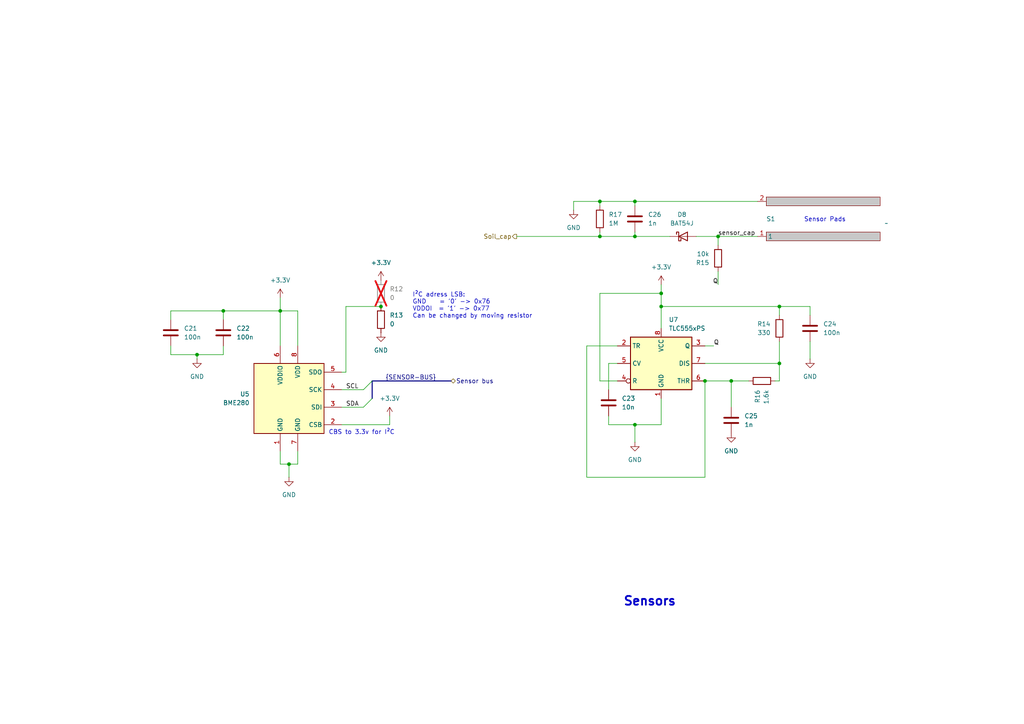
<source format=kicad_sch>
(kicad_sch (version 20231120) (generator "eeschema") (generator_version "8.0")
  (paper "A4")
  (lib_symbols
    (symbol "Device:C" (pin_numbers hide) (pin_names (offset 0.254))
      (property "Reference" "C" (at 0.635 2.54 0))
      (property "Value" "C" (at 0.635 -2.54 0))
      (symbol "C_0_1"
        (polyline (pts (xy -2.032 -0.762) (xy 2.032 -0.762)) (stroke (width 0.508)))
        (polyline (pts (xy -2.032 0.762) (xy 2.032 0.762)) (stroke (width 0.508)))
      )
      (symbol "C_1_1"
        (pin passive line (at 0 3.81 270) (length 2.794) (name "~") (number "1"))
        (pin passive line (at 0 -3.81 90) (length 2.794) (name "~") (number "2"))
      )
    )
    (symbol "Device:R" (pin_numbers hide) (pin_names (offset 0))
      (property "Reference" "R" (at 2.032 0 90))
      (property "Value" "R" (at 0 0 90))
      (symbol "R_0_1"
        (rectangle (start -1.016 -2.54) (end 1.016 2.54) (stroke (width 0.254)))
      )
      (symbol "R_1_1"
        (pin passive line (at 0 3.81 270) (length 1.27) (name "~") (number "1"))
        (pin passive line (at 0 -3.81 90) (length 1.27) (name "~") (number "2"))
      )
    )
    (symbol "Diode:BAT54J" (pin_numbers hide) (pin_names (offset 1.016) hide)
      (property "Reference" "D" (at 0 2.54 0))
      (property "Value" "BAT54J" (at 0 -2.54 0))
      (symbol "BAT54J_0_1"
        (polyline (pts (xy 1.27 0) (xy -1.27 0)))
        (polyline (pts (xy 1.27 1.27) (xy 1.27 -1.27) (xy -1.27 0) (xy 1.27 1.27)) (stroke (width 0.254)))
        (polyline (pts (xy -1.905 0.635) (xy -1.905 1.27) (xy -1.27 1.27) (xy -1.27 -1.27) (xy -0.635 -1.27) (xy -0.635 -0.635)) (stroke (width 0.254)))
      )
      (symbol "BAT54J_1_1"
        (pin passive line (at -3.81 0 0) (length 2.54) (name "K") (number "1"))
        (pin passive line (at 3.81 0 180) (length 2.54) (name "A") (number "2"))
      )
    )
    (symbol "New_Library:Capacative_sensor"
      (property "Reference" "S" (at 2.54 -2.54 0))
      (symbol "Capacative_sensor_1_1"
        (rectangle (start 0 -3.81) (end 33.02 -6.35) (fill (type color) (color 200 200 200 1)))
        (rectangle (start 0 6.35) (end 33.02 3.81) (fill (type color) (color 200 200 200 1)))
        (pin bidirectional line (at -2.54 -5.08 0) (length 2.54) (name "1") (number "1"))
        (pin bidirectional line (at -2.54 5.08 0) (length 2.54) (name "") (number "2"))
      )
    )
    (symbol "Sensor:BME280"
      (property "Reference" "U" (at -8.89 11.43 0))
      (property "Value" "BME280" (at 7.62 11.43 0))
      (symbol "BME280_0_1"
        (rectangle (start -10.16 10.16) (end 10.16 -10.16) (stroke (width 0.254)) (fill (type background)))
      )
      (symbol "BME280_1_1"
        (pin power_in line (at -2.54 -15.24 90) (length 5.08) (name "GND") (number "1"))
        (pin input line (at 15.24 -7.62 180) (length 5.08) (name "CSB") (number "2"))
        (pin bidirectional line (at 15.24 -2.54 180) (length 5.08) (name "SDI") (number "3"))
        (pin input line (at 15.24 2.54 180) (length 5.08) (name "SCK") (number "4"))
        (pin bidirectional line (at 15.24 7.62 180) (length 5.08) (name "SDO") (number "5"))
        (pin power_in line (at -2.54 15.24 270) (length 5.08) (name "VDDIO") (number "6"))
        (pin power_in line (at 2.54 -15.24 90) (length 5.08) (name "GND") (number "7"))
        (pin power_in line (at 2.54 15.24 270) (length 5.08) (name "VDD") (number "8"))
      )
    )
    (symbol "Timer:TLC555xPS"
      (property "Reference" "U" (at -10.16 8.89 0))
      (property "Value" "TLC555xPS" (at 2.54 8.89 0))
      (symbol "TLC555xPS_0_0"
        (pin power_in line (at 0 -10.16 90) (length 2.54) (name "GND") (number "1"))
        (pin power_in line (at 0 10.16 270) (length 2.54) (name "VCC") (number "8"))
      )
      (symbol "TLC555xPS_0_1"
        (rectangle (start -8.89 -7.62) (end 8.89 7.62) (stroke (width 0.254)) (fill (type background)))
        (rectangle (start -8.89 -7.62) (end 8.89 7.62) (stroke (width 0.254)) (fill (type background)))
      )
      (symbol "TLC555xPS_1_1"
        (pin input line (at -12.7 5.08 0) (length 3.81) (name "TR") (number "2"))
        (pin output line (at 12.7 5.08 180) (length 3.81) (name "Q") (number "3"))
        (pin input inverted (at -12.7 -5.08 0) (length 3.81) (name "R") (number "4"))
        (pin input line (at -12.7 0 0) (length 3.81) (name "CV") (number "5"))
        (pin input line (at 12.7 -5.08 180) (length 3.81) (name "THR") (number "6"))
        (pin input line (at 12.7 0 180) (length 3.81) (name "DIS") (number "7"))
      )
    )
    (symbol "power:+3.3V" (power) (pin_numbers hide) (pin_names (offset 0) hide)
      (property "Value" "+3.3V" (at 0 3.556 0))
      (symbol "+3.3V_0_1"
        (polyline (pts (xy -0.762 1.27) (xy 0 2.54)))
        (polyline (pts (xy 0 0) (xy 0 2.54)))
        (polyline (pts (xy 0 2.54) (xy 0.762 1.27)))
      )
      (symbol "+3.3V_1_1"
        (pin power_in line (at 0 0 90) (length 0) (name "~") (number "1"))
      )
    )
    (symbol "power:GND" (power) (pin_numbers hide) (pin_names (offset 0) hide)
      (property "Value" "GND" (at 0 -3.81 0))
      (symbol "GND_0_1"
        (polyline (pts (xy 0 0) (xy 0 -1.27) (xy 1.27 -1.27) (xy 0 -2.54) (xy -1.27 -1.27) (xy 0 -1.27)))
      )
      (symbol "GND_1_1"
        (pin power_in line (at 0 0 270) (length 0) (name "~") (number "1"))
      )
    )
  )
  (junction (at 191.77 85.09))
  (junction (at 226.06 88.9))
  (junction (at 110.49 88.9))
  (junction (at 83.82 134.62))
  (junction (at 81.28 90.17))
  (junction (at 184.15 123.19))
  (junction (at 57.15 102.87))
  (junction (at 184.15 58.42))
  (junction (at 173.99 58.42))
  (junction (at 204.47 110.49))
  (junction (at 64.77 90.17))
  (junction (at 226.06 105.41))
  (junction (at 173.99 68.58))
  (junction (at 208.28 68.58))
  (junction (at 212.09 110.49))
  (junction (at 191.77 88.9))
  (junction (at 184.15 68.58))
  (bus_entry (at 107.95 110.49) (size -2.54 2.54))
  (bus_entry (at 107.95 115.57) (size -2.54 2.54))
  (wire (pts (xy 204.47 100.33) (xy 207.01 100.33)))
  (wire (pts (xy 194.31 68.58) (xy 184.15 68.58)))
  (wire (pts (xy 176.53 105.41) (xy 176.53 113.03)))
  (wire (pts (xy 166.37 58.42) (xy 173.99 58.42)))
  (wire (pts (xy 179.07 105.41) (xy 176.53 105.41)))
  (wire (pts (xy 219.71 68.58) (xy 208.28 68.58)))
  (wire (pts (xy 226.06 110.49) (xy 226.06 105.41)))
  (wire (pts (xy 81.28 130.81) (xy 81.28 134.62)))
  (wire (pts (xy 212.09 110.49) (xy 212.09 118.11)))
  (wire (pts (xy 100.33 107.95) (xy 100.33 88.9)))
  (wire (pts (xy 83.82 138.43) (xy 83.82 134.62)))
  (wire (pts (xy 191.77 88.9) (xy 191.77 95.25)))
  (wire (pts (xy 184.15 123.19) (xy 191.77 123.19)))
  (wire (pts (xy 86.36 90.17) (xy 81.28 90.17)))
  (wire (pts (xy 173.99 68.58) (xy 149.86 68.58)))
  (wire (pts (xy 212.09 110.49) (xy 217.17 110.49)))
  (wire (pts (xy 204.47 110.49) (xy 204.47 138.43)))
  (wire (pts (xy 166.37 60.96) (xy 166.37 58.42)))
  (wire (pts (xy 100.33 88.9) (xy 110.49 88.9)))
  (wire (pts (xy 173.99 85.09) (xy 191.77 85.09)))
  (wire (pts (xy 99.06 113.03) (xy 105.41 113.03)))
  (wire (pts (xy 99.06 118.11) (xy 105.41 118.11)))
  (wire (pts (xy 173.99 59.69) (xy 173.99 58.42)))
  (wire (pts (xy 184.15 123.19) (xy 184.15 128.27)))
  (wire (pts (xy 170.18 100.33) (xy 179.07 100.33)))
  (wire (pts (xy 191.77 115.57) (xy 191.77 123.19)))
  (wire (pts (xy 208.28 78.74) (xy 208.28 82.55)))
  (wire (pts (xy 86.36 134.62) (xy 83.82 134.62)))
  (wire (pts (xy 191.77 85.09) (xy 191.77 88.9)))
  (wire (pts (xy 191.77 88.9) (xy 226.06 88.9)))
  (wire (pts (xy 184.15 58.42) (xy 219.71 58.42)))
  (bus (pts (xy 107.95 110.49) (xy 130.81 110.49)))
  (wire (pts (xy 57.15 104.14) (xy 57.15 102.87)))
  (wire (pts (xy 83.82 134.62) (xy 81.28 134.62)))
  (wire (pts (xy 204.47 138.43) (xy 170.18 138.43)))
  (wire (pts (xy 173.99 68.58) (xy 184.15 68.58)))
  (wire (pts (xy 226.06 88.9) (xy 234.95 88.9)))
  (wire (pts (xy 173.99 110.49) (xy 179.07 110.49)))
  (wire (pts (xy 201.93 68.58) (xy 208.28 68.58)))
  (wire (pts (xy 64.77 90.17) (xy 49.53 90.17)))
  (wire (pts (xy 49.53 90.17) (xy 49.53 92.71)))
  (wire (pts (xy 86.36 130.81) (xy 86.36 134.62)))
  (wire (pts (xy 81.28 86.36) (xy 81.28 90.17)))
  (wire (pts (xy 81.28 90.17) (xy 64.77 90.17)))
  (wire (pts (xy 81.28 100.33) (xy 81.28 90.17)))
  (wire (pts (xy 234.95 88.9) (xy 234.95 91.44)))
  (wire (pts (xy 99.06 107.95) (xy 100.33 107.95)))
  (wire (pts (xy 224.79 110.49) (xy 226.06 110.49)))
  (wire (pts (xy 173.99 68.58) (xy 173.99 67.31)))
  (wire (pts (xy 173.99 58.42) (xy 184.15 58.42)))
  (wire (pts (xy 204.47 110.49) (xy 212.09 110.49)))
  (wire (pts (xy 64.77 90.17) (xy 64.77 92.71)))
  (wire (pts (xy 208.28 71.12) (xy 208.28 68.58)))
  (wire (pts (xy 184.15 67.31) (xy 184.15 68.58)))
  (wire (pts (xy 99.06 123.19) (xy 113.03 123.19)))
  (wire (pts (xy 176.53 123.19) (xy 184.15 123.19)))
  (wire (pts (xy 64.77 102.87) (xy 57.15 102.87)))
  (wire (pts (xy 49.53 102.87) (xy 49.53 100.33)))
  (wire (pts (xy 204.47 105.41) (xy 226.06 105.41)))
  (wire (pts (xy 191.77 82.55) (xy 191.77 85.09)))
  (wire (pts (xy 173.99 85.09) (xy 173.99 110.49)))
  (wire (pts (xy 226.06 99.06) (xy 226.06 105.41)))
  (wire (pts (xy 184.15 59.69) (xy 184.15 58.42)))
  (wire (pts (xy 57.15 102.87) (xy 49.53 102.87)))
  (wire (pts (xy 170.18 100.33) (xy 170.18 138.43)))
  (wire (pts (xy 113.03 120.65) (xy 113.03 123.19)))
  (bus (pts (xy 107.95 110.49) (xy 107.95 115.57)))
  (wire (pts (xy 64.77 100.33) (xy 64.77 102.87)))
  (wire (pts (xy 176.53 120.65) (xy 176.53 123.19)))
  (wire (pts (xy 86.36 100.33) (xy 86.36 90.17)))
  (wire (pts (xy 234.95 99.06) (xy 234.95 104.14)))
  (wire (pts (xy 226.06 88.9) (xy 226.06 91.44)))
  (text "CBS to 3.3v for I²C" (at 104.902 125.476 0) (effects (font (size 1.27 1.27))))
  (text "Sensor Pads" (at 239.268 63.754 0) (effects (font (size 1.27 1.27))))
  (text "I²C adress LSB:\nGND    = '0' -> 0x76\nVDDOI  = '1' -> 0x77\nCan be changed by moving resistor" (at 119.634 88.646 0) (effects (font (size 1.27 1.27)) (justify left)))
  (text "Sensors" (at 188.468 174.498 0) (effects (font (size 2.54 2.54) (thickness 0.508) (bold yes))))
  (label "SCL" (at 100.33 113.03 0))
  (label "Q" (at 208.28 82.55 180))
  (label "Q" (at 207.01 100.33 0))
  (label "SDA" (at 100.33 118.11 0))
  (label "{SENSOR-BUS}" (at 111.76 110.49 0))
  (label "sensor_cap" (at 208.28 68.58 0))
  (hierarchical_label "Soil_cap" (shape output) (at 149.86 68.58 180))
  (hierarchical_label "Sensor bus" (shape bidirectional) (at 130.81 110.49 0))
  (symbol (lib_id "Device:R") (at 220.98 110.49 270) (mirror x) (unit 1)
    (property "Reference" "R16" (at 219.7099 113.03 0) (effects (justify right)))
    (property "Value" "1.6k" (at 222.2499 113.03 0) (effects (justify right)))
    (property "Footprint" "Resistor_SMD:R_0603_1608Metric" (effects (hide yes)))
    (property "Description" "Resistor" (effects (hide yes)))
  )
  (symbol (lib_id "Timer:TLC555xPS") (at 191.77 105.41 0) (unit 1)
    (property "Reference" "U7" (at 193.9641 92.71 0) (effects (justify left)))
    (property "Value" "TLC555xPS" (at 193.9641 95.25 0) (effects (justify left)))
    (property "Footprint" "Package_SO:VSSOP-8_3x3mm_P0.65mm" (effects (hide yes)))
    (property "Datasheet" "http://www.ti.com/lit/ds/symlink/tlc555.pdf" (effects (hide yes)))
    (property "Description" "Single LinCMOS Timer, 555 compatible, VSSOP-8" (effects (hide yes)))
  )
  (symbol (lib_id "Device:C") (at 49.53 96.52 0) (unit 1)
    (property "Reference" "C21" (at 53.34 95.2499 0) (effects (justify left)))
    (property "Value" "100n" (at 53.34 97.7899 0) (effects (justify left)))
    (property "Footprint" "Capacitor_SMD:C_0402_1005Metric" (effects (hide yes)))
    (property "Description" "Unpolarized capacitor" (effects (hide yes)))
  )
  (symbol (lib_id "power:GND") (at 57.15 104.14 0) (unit 1)
    (property "Reference" "#PWR039" (effects (hide yes)))
    (property "Value" "GND" (at 57.15 109.22 0))
    (property "Description" "Power symbol creates a global label with name \"GND\" , ground" (effects (hide yes)))
  )
  (symbol (lib_id "Device:R") (at 208.28 74.93 180) (unit 1)
    (property "Reference" "R15" (at 205.74 76.2001 0) (effects (justify left)))
    (property "Value" "10k" (at 205.74 73.6601 0) (effects (justify left)))
    (property "Footprint" "Resistor_SMD:R_0402_1005Metric" (effects (hide yes)))
    (property "Description" "Resistor" (effects (hide yes)))
  )
  (symbol (lib_id "Device:R") (at 110.49 85.09 0) (unit 1) (in_bom no) (dnp yes)
    (property "Reference" "R12" (at 113.03 83.8199 0) (effects (justify left)))
    (property "Value" "0" (at 113.03 86.3599 0) (effects (justify left)))
    (property "Footprint" "Resistor_SMD:R_0603_1608Metric" (effects (hide yes)))
    (property "Description" "Resistor" (effects (hide yes)))
  )
  (symbol (lib_id "power:GND") (at 212.09 125.73 0) (unit 1)
    (property "Reference" "#PWR048" (effects (hide yes)))
    (property "Value" "GND" (at 212.09 130.81 0))
    (property "Description" "Power symbol creates a global label with name \"GND\" , ground" (effects (hide yes)))
  )
  (symbol (lib_id "Device:C") (at 176.53 116.84 0) (unit 1)
    (property "Reference" "C23" (at 180.34 115.5699 0) (effects (justify left)))
    (property "Value" "10n" (at 180.34 118.1099 0) (effects (justify left)))
    (property "Footprint" "Capacitor_SMD:C_0402_1005Metric" (effects (hide yes)))
    (property "Description" "Unpolarized capacitor" (effects (hide yes)))
  )
  (symbol (lib_id "Sensor:BME280") (at 83.82 115.57 0) (unit 1)
    (property "Reference" "U5" (at 72.39 114.2999 0) (effects (justify right)))
    (property "Value" "BME280" (at 72.39 116.8399 0) (effects (justify right)))
    (property "Footprint" "Package_LGA:Bosch_LGA-8_2.5x2.5mm_P0.65mm_ClockwisePinNumbering" (effects (hide yes)))
    (property "Datasheet" "https://www.bosch-sensortec.com/media/boschsensortec/downloads/datasheets/bst-bme280-ds002.pdf" (effects (hide yes)))
    (property "Description" "3-in-1 sensor, humidity, pressure, temperature, I2C and SPI interface, 1.71-3.6V, LGA-8" (effects (hide yes)))
  )
  (symbol (lib_id "Diode:BAT54J") (at 198.12 68.58 0) (unit 1)
    (property "Reference" "D8" (at 197.8025 62.23 0))
    (property "Value" "BAT54J" (at 197.8025 64.77 0))
    (property "Footprint" "Diode_SMD:D_SOD-323F" (effects (hide yes)))
    (property "Datasheet" "https://assets.nexperia.com/documents/data-sheet/BAT54J.pdf" (effects (hide yes)))
    (property "Description" "30V 200mA Schottky diode, SOD-323F" (effects (hide yes)))
  )
  (symbol (lib_id "power:GND") (at 110.49 96.52 0) (unit 1)
    (property "Reference" "#PWR043" (effects (hide yes)))
    (property "Value" "GND" (at 110.49 101.6 0))
    (property "Description" "Power symbol creates a global label with name \"GND\" , ground" (effects (hide yes)))
  )
  (symbol (lib_id "power:GND") (at 83.82 138.43 0) (unit 1)
    (property "Reference" "#PWR041" (effects (hide yes)))
    (property "Value" "GND" (at 83.82 143.51 0))
    (property "Description" "Power symbol creates a global label with name \"GND\" , ground" (effects (hide yes)))
  )
  (symbol (lib_id "Device:C") (at 212.09 121.92 0) (unit 1)
    (property "Reference" "C25" (at 215.9 120.6499 0) (effects (justify left)))
    (property "Value" "1n" (at 215.9 123.1899 0) (effects (justify left)))
    (property "Footprint" "Capacitor_SMD:C_0402_1005Metric" (effects (hide yes)))
    (property "Description" "Unpolarized capacitor" (effects (hide yes)))
  )
  (symbol (lib_id "Device:C") (at 234.95 95.25 0) (unit 1)
    (property "Reference" "C24" (at 238.76 93.9799 0) (effects (justify left)))
    (property "Value" "100n" (at 238.76 96.5199 0) (effects (justify left)))
    (property "Footprint" "Capacitor_SMD:C_0402_1005Metric" (effects (hide yes)))
    (property "Description" "Unpolarized capacitor" (effects (hide yes)))
  )
  (symbol (lib_id "power:+3.3V") (at 191.77 82.55 0) (unit 1)
    (property "Reference" "#PWR045" (effects (hide yes)))
    (property "Value" "+3.3V" (at 191.77 77.47 0))
    (property "Description" "Power symbol creates a global label with name \"+3.3V\"" (effects (hide yes)))
  )
  (symbol (lib_id "power:+3.3V") (at 81.28 86.36 0) (unit 1)
    (property "Reference" "#PWR040" (effects (hide yes)))
    (property "Value" "+3.3V" (at 81.28 81.28 0))
    (property "Description" "Power symbol creates a global label with name \"+3.3V\"" (effects (hide yes)))
  )
  (symbol (lib_id "power:+3.3V") (at 110.49 81.28 0) (unit 1)
    (property "Reference" "#PWR042" (effects (hide yes)))
    (property "Value" "+3.3V" (at 110.49 76.2 0))
    (property "Description" "Power symbol creates a global label with name \"+3.3V\"" (effects (hide yes)))
  )
  (symbol (lib_id "Device:R") (at 110.49 92.71 0) (unit 1)
    (property "Reference" "R13" (at 113.03 91.4399 0) (effects (justify left)))
    (property "Value" "0" (at 113.03 93.9799 0) (effects (justify left)))
    (property "Footprint" "Resistor_SMD:R_0603_1608Metric" (effects (hide yes)))
    (property "Description" "Resistor" (effects (hide yes)))
  )
  (symbol (lib_id "power:GND") (at 234.95 104.14 0) (unit 1)
    (property "Reference" "#PWR047" (effects (hide yes)))
    (property "Value" "GND" (at 234.95 109.22 0))
    (property "Description" "Power symbol creates a global label with name \"GND\" , ground" (effects (hide yes)))
  )
  (symbol (lib_id "Device:R") (at 173.99 63.5 0) (unit 1)
    (property "Reference" "R17" (at 176.53 62.2299 0) (effects (justify left)))
    (property "Value" "1M" (at 176.53 64.7699 0) (effects (justify left)))
    (property "Footprint" "Resistor_SMD:R_0402_1005Metric" (effects (hide yes)))
    (property "Description" "Resistor" (effects (hide yes)))
  )
  (symbol (lib_id "power:GND") (at 166.37 60.96 0) (unit 1)
    (property "Reference" "#PWR049" (effects (hide yes)))
    (property "Value" "GND" (at 166.37 66.04 0))
    (property "Description" "Power symbol creates a global label with name \"GND\" , ground" (effects (hide yes)))
  )
  (symbol (lib_id "power:+3.3V") (at 113.03 120.65 0) (unit 1)
    (property "Reference" "#PWR044" (effects (hide yes)))
    (property "Value" "+3.3V" (at 113.03 115.57 0))
    (property "Description" "Power symbol creates a global label with name \"+3.3V\"" (effects (hide yes)))
  )
  (symbol (lib_id "Device:C") (at 184.15 63.5 0) (unit 1)
    (property "Reference" "C26" (at 187.96 62.2299 0) (effects (justify left)))
    (property "Value" "1n" (at 187.96 64.7699 0) (effects (justify left)))
    (property "Footprint" "Capacitor_SMD:C_0402_1005Metric" (effects (hide yes)))
    (property "Description" "Unpolarized capacitor" (effects (hide yes)))
  )
  (symbol (lib_id "New_Library:Capacative_sensor") (at 222.25 63.5 0) (unit 1)
    (property "Reference" "S1" (at 222.25 63.5 0) (effects (justify left)))
    (property "Value" "~" (at 256.54 64.77 0) (effects (justify left)))
    (property "Footprint" "Project_Library:Moisture_sensor_pads" (effects (hide yes)))
  )
  (symbol (lib_id "Device:C") (at 64.77 96.52 0) (unit 1)
    (property "Reference" "C22" (at 68.58 95.2499 0) (effects (justify left)))
    (property "Value" "100n" (at 68.58 97.7899 0) (effects (justify left)))
    (property "Footprint" "Capacitor_SMD:C_0402_1005Metric" (effects (hide yes)))
    (property "Description" "Unpolarized capacitor" (effects (hide yes)))
  )
  (symbol (lib_id "power:GND") (at 184.15 128.27 0) (unit 1)
    (property "Reference" "#PWR046" (effects (hide yes)))
    (property "Value" "GND" (at 184.15 133.35 0))
    (property "Description" "Power symbol creates a global label with name \"GND\" , ground" (effects (hide yes)))
  )
  (symbol (lib_id "Device:R") (at 226.06 95.25 0) (mirror x) (unit 1)
    (property "Reference" "R14" (at 223.52 93.9799 0) (effects (justify right)))
    (property "Value" "330" (at 223.52 96.5199 0) (effects (justify right)))
    (property "Footprint" "Resistor_SMD:R_0603_1608Metric" (effects (hide yes)))
    (property "Description" "Resistor" (effects (hide yes)))
  )
)
</source>
